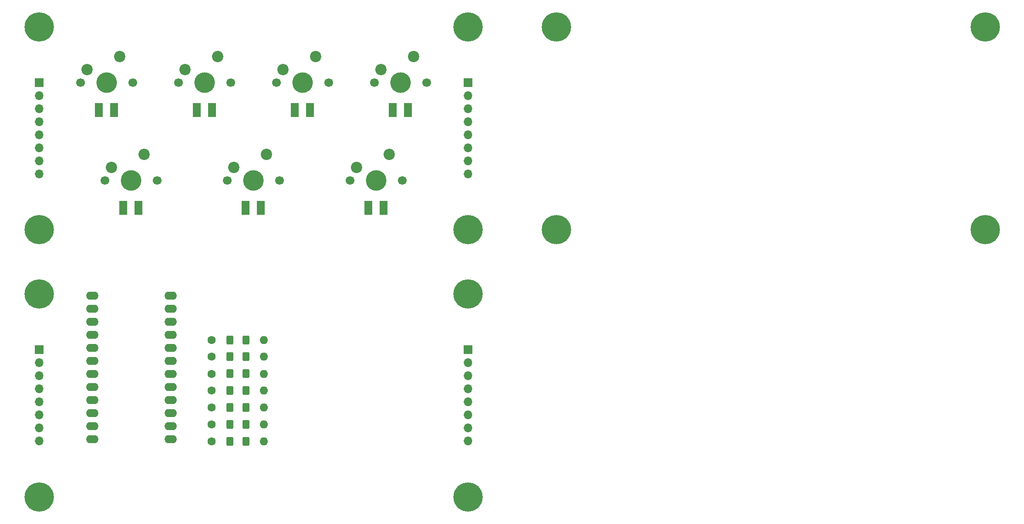
<source format=gbr>
%TF.GenerationSoftware,KiCad,Pcbnew,7.0.8*%
%TF.CreationDate,2023-10-31T17:03:34+08:00*%
%TF.ProjectId,MacroKeypad,4d616372-6f4b-4657-9970-61642e6b6963,rev?*%
%TF.SameCoordinates,Original*%
%TF.FileFunction,Soldermask,Top*%
%TF.FilePolarity,Negative*%
%FSLAX46Y46*%
G04 Gerber Fmt 4.6, Leading zero omitted, Abs format (unit mm)*
G04 Created by KiCad (PCBNEW 7.0.8) date 2023-10-31 17:03:34*
%MOMM*%
%LPD*%
G01*
G04 APERTURE LIST*
G04 Aperture macros list*
%AMRoundRect*
0 Rectangle with rounded corners*
0 $1 Rounding radius*
0 $2 $3 $4 $5 $6 $7 $8 $9 X,Y pos of 4 corners*
0 Add a 4 corners polygon primitive as box body*
4,1,4,$2,$3,$4,$5,$6,$7,$8,$9,$2,$3,0*
0 Add four circle primitives for the rounded corners*
1,1,$1+$1,$2,$3*
1,1,$1+$1,$4,$5*
1,1,$1+$1,$6,$7*
1,1,$1+$1,$8,$9*
0 Add four rect primitives between the rounded corners*
20,1,$1+$1,$2,$3,$4,$5,0*
20,1,$1+$1,$4,$5,$6,$7,0*
20,1,$1+$1,$6,$7,$8,$9,0*
20,1,$1+$1,$8,$9,$2,$3,0*%
G04 Aperture macros list end*
%ADD10C,1.700000*%
%ADD11C,4.000000*%
%ADD12C,2.200000*%
%ADD13R,1.524000X2.700000*%
%ADD14C,3.600000*%
%ADD15C,5.700000*%
%ADD16C,1.600000*%
%ADD17RoundRect,0.250000X-0.400000X-0.625000X0.400000X-0.625000X0.400000X0.625000X-0.400000X0.625000X0*%
%ADD18O,1.600000X1.600000*%
%ADD19R,1.700000X1.700000*%
%ADD20O,1.700000X1.700000*%
%ADD21O,2.400000X1.600000*%
G04 APERTURE END LIST*
D10*
%TO.C,SW2*%
X90170000Y-53340000D03*
D11*
X95250000Y-53340000D03*
D10*
X100330000Y-53340000D03*
D12*
X97790000Y-48260000D03*
X91440000Y-50800000D03*
D13*
X93725500Y-58694000D03*
X96700500Y-58694000D03*
%TD*%
D14*
%TO.C,REF\u002A\u002A*%
X63063000Y-81989000D03*
D15*
X63063000Y-81989000D03*
%TD*%
D16*
%TO.C,R6*%
X96660000Y-106684000D03*
D17*
X100210000Y-106664000D03*
X103310000Y-106664000D03*
D18*
X106820000Y-106684000D03*
%TD*%
D14*
%TO.C,REF\u002A\u002A*%
X146463000Y-42489000D03*
D15*
X146463000Y-42489000D03*
%TD*%
D10*
%TO.C,SW4*%
X128270000Y-53340000D03*
D11*
X133350000Y-53340000D03*
D10*
X138430000Y-53340000D03*
D12*
X135890000Y-48260000D03*
X129540000Y-50800000D03*
D13*
X131825500Y-58694000D03*
X134800500Y-58694000D03*
%TD*%
D14*
%TO.C,REF\u002A\u002A*%
X146463000Y-133989000D03*
D15*
X146463000Y-133989000D03*
%TD*%
D14*
%TO.C,REF\u002A\u002A*%
X247039000Y-81989000D03*
D15*
X247039000Y-81989000D03*
%TD*%
D14*
%TO.C,REF\u002A\u002A*%
X146463000Y-81989000D03*
D15*
X146463000Y-81989000D03*
%TD*%
D14*
%TO.C,REF\u002A\u002A*%
X63063000Y-133989000D03*
D15*
X63063000Y-133989000D03*
%TD*%
D14*
%TO.C,REF\u002A\u002A*%
X63063000Y-42489000D03*
D15*
X63063000Y-42489000D03*
%TD*%
D16*
%TO.C,R5*%
X96660000Y-110018000D03*
D17*
X100210000Y-109998000D03*
X103310000Y-109998000D03*
D18*
X106820000Y-110018000D03*
%TD*%
D10*
%TO.C,SW1*%
X71120000Y-53340000D03*
D11*
X76200000Y-53340000D03*
D10*
X81280000Y-53340000D03*
D12*
X78740000Y-48260000D03*
X72390000Y-50800000D03*
D13*
X74675500Y-58694000D03*
X77650500Y-58694000D03*
%TD*%
D14*
%TO.C,REF\u002A\u002A*%
X163639000Y-42489000D03*
D15*
X163639000Y-42489000D03*
%TD*%
D10*
%TO.C,SW5*%
X75876000Y-72390000D03*
D11*
X80956000Y-72390000D03*
D10*
X86036000Y-72390000D03*
D12*
X83496000Y-67310000D03*
X77146000Y-69850000D03*
D13*
X79431500Y-77744000D03*
X82406500Y-77744000D03*
%TD*%
D14*
%TO.C,REF\u002A\u002A*%
X247039000Y-42489000D03*
D15*
X247039000Y-42489000D03*
%TD*%
D16*
%TO.C,R7*%
X96660000Y-103438000D03*
D17*
X100210000Y-103418000D03*
X103310000Y-103418000D03*
D18*
X106820000Y-103438000D03*
%TD*%
D10*
%TO.C,SW3*%
X109220000Y-53340000D03*
D11*
X114300000Y-53340000D03*
D10*
X119380000Y-53340000D03*
D12*
X116840000Y-48260000D03*
X110490000Y-50800000D03*
D13*
X112775500Y-58694000D03*
X115750500Y-58694000D03*
%TD*%
D16*
%TO.C,R3*%
X96660000Y-116598000D03*
D17*
X100210000Y-116578000D03*
X103310000Y-116578000D03*
D18*
X106820000Y-116598000D03*
%TD*%
D14*
%TO.C,REF\u002A\u002A*%
X63063000Y-94489000D03*
D15*
X63063000Y-94489000D03*
%TD*%
D19*
%TO.C,J4*%
X146463000Y-105340000D03*
D20*
X146463000Y-107880000D03*
X146463000Y-110420000D03*
X146463000Y-112960000D03*
X146463000Y-115500000D03*
X146463000Y-118040000D03*
X146463000Y-120580000D03*
X146463000Y-123120000D03*
%TD*%
D14*
%TO.C,REF\u002A\u002A*%
X146463000Y-94489000D03*
D15*
X146463000Y-94489000D03*
%TD*%
D19*
%TO.C,J2*%
X63063000Y-105340000D03*
D20*
X63063000Y-107880000D03*
X63063000Y-110420000D03*
X63063000Y-112960000D03*
X63063000Y-115500000D03*
X63063000Y-118040000D03*
X63063000Y-120580000D03*
X63063000Y-123120000D03*
%TD*%
D16*
%TO.C,R1*%
X96660000Y-123178000D03*
D17*
X100210000Y-123158000D03*
X103310000Y-123158000D03*
D18*
X106820000Y-123178000D03*
%TD*%
D10*
%TO.C,SW6*%
X99688000Y-72390000D03*
D11*
X104768000Y-72390000D03*
D10*
X109848000Y-72390000D03*
D12*
X107308000Y-67310000D03*
X100958000Y-69850000D03*
D13*
X103243500Y-77744000D03*
X106218500Y-77744000D03*
%TD*%
D14*
%TO.C,REF\u002A\u002A*%
X163639000Y-81989000D03*
D15*
X163639000Y-81989000D03*
%TD*%
D21*
%TO.C,U1*%
X73443000Y-94811500D03*
X73443000Y-97351500D03*
X73443000Y-99891500D03*
X73443000Y-102431500D03*
X73443000Y-104971500D03*
X73443000Y-107511500D03*
X73443000Y-110051500D03*
X73443000Y-112591500D03*
X73443000Y-115131500D03*
X73443000Y-117671500D03*
X73443000Y-120211500D03*
X73443000Y-122751500D03*
X88683000Y-122751500D03*
X88683000Y-120211500D03*
X88683000Y-117671500D03*
X88683000Y-115131500D03*
X88683000Y-112591500D03*
X88683000Y-110051500D03*
X88683000Y-107511500D03*
X88683000Y-104971500D03*
X88683000Y-102431500D03*
X88683000Y-99891500D03*
X88683000Y-97351500D03*
X88683000Y-94811500D03*
%TD*%
D10*
%TO.C,SW7*%
X123501000Y-72390000D03*
D11*
X128581000Y-72390000D03*
D10*
X133661000Y-72390000D03*
D12*
X131121000Y-67310000D03*
X124771000Y-69850000D03*
D13*
X127056500Y-77744000D03*
X130031500Y-77744000D03*
%TD*%
D16*
%TO.C,R2*%
X96660000Y-119888000D03*
D17*
X100210000Y-119868000D03*
X103310000Y-119868000D03*
D18*
X106820000Y-119888000D03*
%TD*%
D16*
%TO.C,R4*%
X96660000Y-113308000D03*
D17*
X100210000Y-113288000D03*
X103310000Y-113288000D03*
D18*
X106820000Y-113308000D03*
%TD*%
D19*
%TO.C,J3*%
X146463000Y-53340000D03*
D20*
X146463000Y-55880000D03*
X146463000Y-58420000D03*
X146463000Y-60960000D03*
X146463000Y-63500000D03*
X146463000Y-66040000D03*
X146463000Y-68580000D03*
X146463000Y-71120000D03*
%TD*%
D19*
%TO.C,J1*%
X63063000Y-53340000D03*
D20*
X63063000Y-55880000D03*
X63063000Y-58420000D03*
X63063000Y-60960000D03*
X63063000Y-63500000D03*
X63063000Y-66040000D03*
X63063000Y-68580000D03*
X63063000Y-71120000D03*
%TD*%
M02*

</source>
